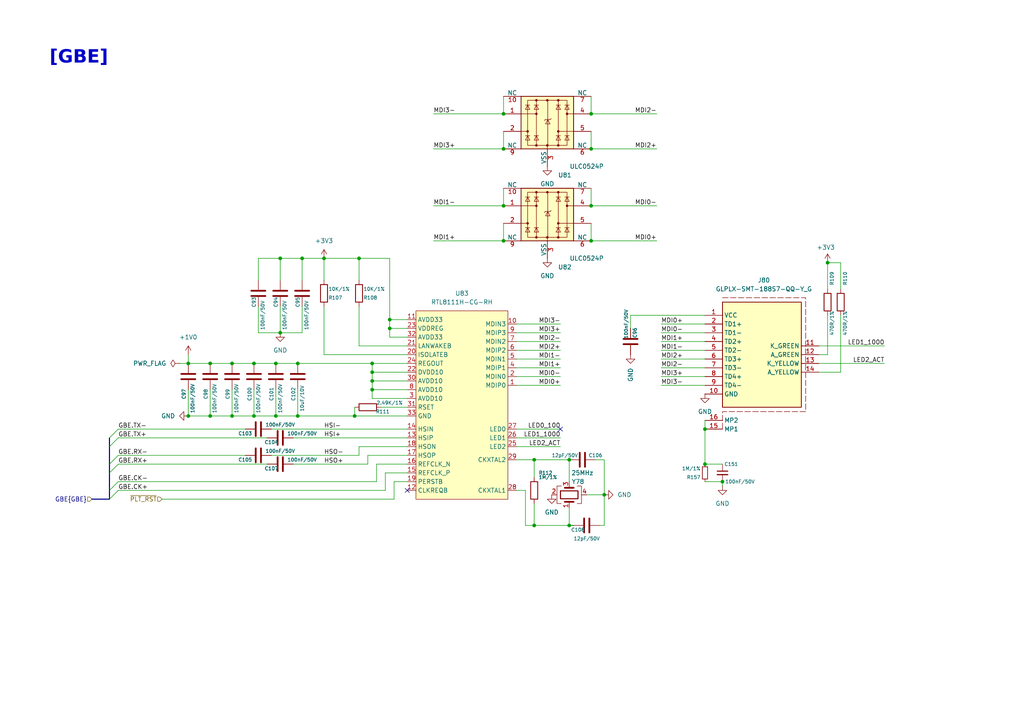
<source format=kicad_sch>
(kicad_sch (version 20250114) (generator "eeschema") (generator_version "9.0")
  (paper "A4")
  (title_block (title "LattePanda_MOKA") (date "2025-12-14") (rev "1.0") (company "DFRobot"))
  (lib_symbols
    (symbol "A_HDJ_Library:RTL8111H-CG-RH"
      (property "Reference" "U7" (at 0 -57.15 0))
      (symbol "RTL8111H-CG-RH_1_0"
        (rectangle (start 0 0) (end 26.67 -54.61) (fill (type background)))
        (pin passive line (at -2.54 -2.54 0) (length 2.54) (name "AVDD33") (number "11"))
        (pin passive line (at -2.54 -5.08 0) (length 2.54) (name "VDDREG") (number "23"))
        (pin passive line (at -2.54 -7.62 0) (length 2.54) (name "AVDD33") (number "32"))
        (pin passive line (at -2.54 -10.16 0) (length 2.54) (name "LANWAKEB") (number "21"))
        (pin passive line (at -2.54 -12.7 0) (length 2.54) (name "ISOLATEB") (number "20"))
        (pin passive line (at -2.54 -15.24 0) (length 2.54) (name "REGOUT") (number "24"))
        (pin passive line (at -2.54 -17.78 0) (length 2.54) (name "DVDD10") (number "22"))
        (pin passive line (at -2.54 -20.32 0) (length 2.54) (name "AVDD10") (number "30"))
        (pin passive line (at -2.54 -22.86 0) (length 2.54) (name "AVDD10") (number "8"))
        (pin passive line (at -2.54 -25.4 0) (length 2.54) (name "AVDD10") (number "3"))
        (pin passive line (at -2.54 -27.94 0) (length 2.54) (name "RSET") (number "31"))
        (pin passive line (at -2.54 -30.48 0) (length 2.54) (name "GND") (number "33"))
        (pin passive line (at -2.54 -34.29 0) (length 2.54) (name "HSIN") (number "14"))
        (pin passive line (at -2.54 -36.83 0) (length 2.54) (name "HSIP") (number "13"))
        (pin passive line (at -2.54 -39.37 0) (length 2.54) (name "HSON") (number "18"))
        (pin passive line (at -2.54 -41.91 0) (length 2.54) (name "HSOP") (number "17"))
        (pin passive line (at -2.54 -44.45 0) (length 2.54) (name "REFCLK_N") (number "16"))
        (pin passive line (at -2.54 -46.99 0) (length 2.54) (name "REFCLK_P") (number "15"))
        (pin passive line (at -2.54 -49.53 0) (length 2.54) (name "PERSTB") (number "19"))
        (pin passive line (at -2.54 -52.07 0) (length 2.54) (name "CLKREQB") (number "12"))
        (pin passive line (at 29.21 -3.81 180) (length 2.54) (name "MDIN3") (number "10"))
        (pin passive line (at 29.21 -6.35 180) (length 2.54) (name "MDIP3") (number "9"))
        (pin passive line (at 29.21 -8.89 180) (length 2.54) (name "MDIN2") (number "7"))
        (pin passive line (at 29.21 -11.43 180) (length 2.54) (name "MDIP2") (number "6"))
        (pin passive line (at 29.21 -13.97 180) (length 2.54) (name "MDIN1") (number "5"))
        (pin passive line (at 29.21 -16.51 180) (length 2.54) (name "MDIP1") (number "4"))
        (pin passive line (at 29.21 -19.05 180) (length 2.54) (name "MDIN0") (number "2"))
        (pin passive line (at 29.21 -21.59 180) (length 2.54) (name "MDIP0") (number "1"))
        (pin passive line (at 29.21 -34.29 180) (length 2.54) (name "LED0") (number "27"))
        (pin passive line (at 29.21 -36.83 180) (length 2.54) (name "LED1") (number "26"))
        (pin passive line (at 29.21 -39.37 180) (length 2.54) (name "LED2") (number "25"))
        (pin passive line (at 29.21 -43.18 180) (length 2.54) (name "CKXTAL2") (number "29"))
        (pin passive line (at 29.21 -52.07 180) (length 2.54) (name "CKXTAL1") (number "28"))
      )
    )
    (symbol "Device:C" (pin_numbers (hide yes)) (pin_names (offset 0.254))
      (property "Reference" "C" (at 0.635 2.54 0))
      (property "Value" "C" (at 0.635 -2.54 0))
      (symbol "C_0_1"
        (polyline (pts (xy -2.032 0.762) (xy 2.032 0.762)) (stroke (width 0.508)))
        (polyline (pts (xy -2.032 -0.762) (xy 2.032 -0.762)) (stroke (width 0.508)))
      )
      (symbol "C_1_1"
        (pin passive line (at 0 3.81 270) (length 2.794) (name "~") (number "1"))
        (pin passive line (at 0 -3.81 90) (length 2.794) (name "~") (number "2"))
      )
    )
    (symbol "Device:C_Small" (pin_numbers (hide yes)) (pin_names (offset 0.254) (hide yes))
      (property "Reference" "C" (at 0.254 1.778 0))
      (property "Value" "C_Small" (at 0.254 -2.032 0))
      (symbol "C_Small_0_1"
        (polyline (pts (xy -1.524 0.508) (xy 1.524 0.508)) (stroke (width 0.3048)))
        (polyline (pts (xy -1.524 -0.508) (xy 1.524 -0.508)) (stroke (width 0.3302)))
      )
      (symbol "C_Small_1_1"
        (pin passive line (at 0 2.54 270) (length 2.032) (name "~") (number "1"))
        (pin passive line (at 0 -2.54 90) (length 2.032) (name "~") (number "2"))
      )
    )
    (symbol "Device:Crystal_GND24" (pin_names (offset 1.016) (hide yes))
      (property "Reference" "Y" (at 3.175 5.08 0))
      (property "Value" "Crystal_GND24" (at 3.175 3.175 0))
      (symbol "Crystal_GND24_0_1"
        (polyline (pts (xy -2.54 2.286) (xy -2.54 3.556) (xy 2.54 3.556) (xy 2.54 2.286)))
        (polyline (pts (xy -2.54 0) (xy -2.032 0)))
        (polyline (pts (xy -2.54 -2.286) (xy -2.54 -3.556) (xy 2.54 -3.556) (xy 2.54 -2.286)))
        (polyline (pts (xy -2.032 -1.27) (xy -2.032 1.27)) (stroke (width 0.508)))
        (rectangle (start -1.143 2.54) (end 1.143 -2.54) (stroke (width 0.3048)))
        (polyline (pts (xy 0 3.556) (xy 0 3.81)))
        (polyline (pts (xy 0 -3.81) (xy 0 -3.556)))
        (polyline (pts (xy 2.032 0) (xy 2.54 0)))
        (polyline (pts (xy 2.032 -1.27) (xy 2.032 1.27)) (stroke (width 0.508)))
      )
      (symbol "Crystal_GND24_1_1"
        (pin passive line (at -3.81 0 0) (length 1.27) (name "1") (number "1"))
        (pin passive line (at 0 5.08 270) (length 1.27) (name "2") (number "2"))
        (pin passive line (at 0 -5.08 90) (length 1.27) (name "4") (number "4"))
        (pin passive line (at 3.81 0 180) (length 1.27) (name "3") (number "3"))
      )
    )
    (symbol "Device:R" (pin_numbers (hide yes)) (pin_names (offset 0))
      (property "Reference" "R" (at 2.032 0 90))
      (property "Value" "R" (at 0 0 90))
      (symbol "R_0_1"
        (rectangle (start -1.016 -2.54) (end 1.016 2.54) (stroke (width 0.254)))
      )
      (symbol "R_1_1"
        (pin passive line (at 0 3.81 270) (length 1.27) (name "~") (number "1"))
        (pin passive line (at 0 -3.81 90) (length 1.27) (name "~") (number "2"))
      )
    )
    (symbol "Device:R_Small" (pin_numbers (hide yes)) (pin_names (offset 0.254) (hide yes))
      (property "Reference" "R" (at 0 0 90))
      (property "Value" "R_Small" (at 1.778 0 90))
      (symbol "R_Small_0_1"
        (rectangle (start -0.762 1.778) (end 0.762 -1.778) (stroke (width 0.2032)))
      )
      (symbol "R_Small_1_1"
        (pin passive line (at 0 2.54 270) (length 0.762) (name "~") (number "1"))
        (pin passive line (at 0 -2.54 90) (length 0.762) (name "~") (number "2"))
      )
    )
    (symbol "Power_Protection:D3V3XA4B10LP" (pin_names (offset 0))
      (property "Reference" "U" (at -0.635 8.89 0))
      (property "Value" "D3V3XA4B10LP" (at 8.89 -10.16 0))
      (symbol "D3V3XA4B10LP_0_0"
        (rectangle (start -5.715 6.477) (end 5.715 -6.604))
        (polyline (pts (xy -3.175 -6.604) (xy -3.175 6.477)))
        (polyline (pts (xy 0.127 6.477) (xy 0.127 -6.604)))
        (polyline (pts (xy 3.175 6.477) (xy 3.175 -6.604)))
      )
      (symbol "D3V3XA4B10LP_0_1"
        (polyline (pts (xy -7.747 2.54) (xy -3.175 2.54)))
        (rectangle (start -7.62 7.62) (end 7.62 -7.62) (stroke (width 0.254)) (fill (type background)))
        (polyline (pts (xy -7.62 -2.54) (xy -5.715 -2.54)))
        (circle (center -5.715 -2.54) (radius 0.2794) (fill (type outline)))
        (polyline (pts (xy -5.08 5.08) (xy -6.35 5.08)))
        (polyline (pts (xy -5.08 3.81) (xy -6.35 3.81) (xy -5.715 5.08) (xy -5.08 3.81)))
        (polyline (pts (xy -5.08 -3.81) (xy -6.35 -3.81)))
        (polyline (pts (xy -5.08 -5.08) (xy -6.35 -5.08) (xy -5.715 -3.81) (xy -5.08 -5.08)))
        (circle (center -3.175 6.477) (radius 0.2794) (fill (type outline)))
        (circle (center -3.175 2.54) (radius 0.2794) (fill (type outline)))
        (circle (center -3.175 -6.604) (radius 0.2794) (fill (type outline)))
        (polyline (pts (xy -2.54 5.08) (xy -3.81 5.08)))
        (polyline (pts (xy -2.54 3.81) (xy -3.81 3.81) (xy -3.175 5.08) (xy -2.54 3.81)))
        (polyline (pts (xy -2.54 -3.81) (xy -3.81 -3.81)))
        (polyline (pts (xy -2.54 -5.08) (xy -3.81 -5.08) (xy -3.175 -3.81) (xy -2.54 -5.08)))
        (polyline (pts (xy -0.508 0.889) (xy -0.889 0.635)))
        (circle (center 0 6.477) (radius 0.2794) (fill (type outline)))
        (polyline (pts (xy 0 -6.604) (xy 0 -7.62)))
        (circle (center 0 -6.604) (radius 0.2794) (fill (type outline)))
        (polyline (pts (xy 0.762 0.889) (xy -0.508 0.889)))
        (polyline (pts (xy 0.762 0.889) (xy 1.143 1.143)))
        (polyline (pts (xy 0.762 -0.381) (xy -0.508 -0.381) (xy 0.127 0.889) (xy 0.762 -0.381)))
        (circle (center 3.175 6.477) (radius 0.2794) (fill (type outline)))
        (circle (center 3.175 -2.54) (radius 0.2794) (fill (type outline)))
        (circle (center 3.175 -6.604) (radius 0.2794) (fill (type outline)))
        (polyline (pts (xy 3.81 5.08) (xy 2.54 5.08)))
        (polyline (pts (xy 3.81 3.81) (xy 2.54 3.81) (xy 3.175 5.08) (xy 3.81 3.81)))
        (polyline (pts (xy 3.81 -3.81) (xy 2.54 -3.81)))
        (polyline (pts (xy 3.81 -5.08) (xy 2.54 -5.08) (xy 3.175 -3.81) (xy 3.81 -5.08)))
        (circle (center 5.715 2.54) (radius 0.2794) (fill (type outline)))
        (polyline (pts (xy 6.35 5.08) (xy 5.08 5.08)))
        (polyline (pts (xy 6.35 3.81) (xy 5.08 3.81) (xy 5.715 5.08) (xy 6.35 3.81)))
        (polyline (pts (xy 6.35 -3.81) (xy 5.08 -3.81)))
        (polyline (pts (xy 6.35 -5.08) (xy 5.08 -5.08) (xy 5.715 -3.81) (xy 6.35 -5.08)))
        (polyline (pts (xy 7.62 2.54) (xy 5.715 2.54)))
        (polyline (pts (xy 7.62 -2.54) (xy 3.175 -2.54)))
      )
      (symbol "D3V3XA4B10LP_1_1"
        (pin free line (at -12.7 7.62 0) (length 5.08) (name "NC") (number "10"))
        (pin passive line (at -12.7 2.54 0) (length 5.08) (name "~") (number "1"))
        (pin passive line (at -12.7 -2.54 0) (length 5.08) (name "~") (number "2"))
        (pin free line (at -12.7 -7.62 0) (length 5.08) (name "NC") (number "9"))
        (pin power_in line (at 0 -12.7 90) (length 5.08) (name "VSS") (number "3"))
        (pin passive line (at 0 -12.7 90) (length 5.08) (hide yes) (name "VSS") (number "8"))
        (pin free line (at 12.7 7.62 180) (length 5.08) (name "NC") (number "7"))
        (pin passive line (at 12.7 2.54 180) (length 5.08) (name "~") (number "4"))
        (pin passive line (at 12.7 -2.54 180) (length 5.08) (name "~") (number "5"))
        (pin free line (at 12.7 -7.62 180) (length 5.08) (name "NC") (number "6"))
      )
    )
    (symbol "Samacsys:GLPLX-SMT-188S7-QQ-Y_G"
      (property "Reference" "J" (at 29.21 7.62 0))
      (property "Value" "GLPLX-SMT-188S7-QQ-Y_G" (at 29.21 5.08 0))
      (symbol "GLPLX-SMT-188S7-QQ-Y_G_1_1"
        (polyline (pts (xy 5.08 5.08) (xy 29.21 5.08) (xy 29.21 -27.94) (xy 5.08 -27.94) (xy 5.08 -33.02)) (stroke (width 0) (type dash)))
        (rectangle (start 5.08 3.81) (end 27.94 -26.67) (stroke (width 0.254)) (fill (type background)))
        (pin passive line (at 0 0 0) (length 5.08) (name "VCC") (number "1"))
        (pin passive line (at 0 -2.54 0) (length 5.08) (name "TD1+") (number "2"))
        (pin passive line (at 0 -5.08 0) (length 5.08) (name "TD1-") (number "3"))
        (pin passive line (at 0 -7.62 0) (length 5.08) (name "TD2+") (number "4"))
        (pin passive line (at 0 -10.16 0) (length 5.08) (name "TD2-") (number "5"))
        (pin passive line (at 0 -12.7 0) (length 5.08) (name "TD3+") (number "6"))
        (pin passive line (at 0 -15.24 0) (length 5.08) (name "TD3-") (number "7"))
        (pin passive line (at 0 -17.78 0) (length 5.08) (name "TD4+") (number "8"))
        (pin passive line (at 0 -20.32 0) (length 5.08) (name "TD4-") (number "9"))
        (pin passive line (at 0 -22.86 0) (length 5.08) (name "GND") (number "10"))
        (pin passive line (at 0 -30.48 0) (length 5.08) (name "MP2") (number "16"))
        (pin passive line (at 0 -33.02 0) (length 5.08) (name "MP1") (number "15"))
        (pin passive line (at 33.02 -8.89 180) (length 5.08) (name "K_GREEN") (number "11"))
        (pin passive line (at 33.02 -11.43 180) (length 5.08) (name "A_GREEN") (number "12"))
        (pin passive line (at 33.02 -13.97 180) (length 5.08) (name "K_YELLOW") (number "13"))
        (pin passive line (at 33.02 -16.51 180) (length 5.08) (name "A_YELLOW") (number "14"))
      )
    )
    (symbol "power:+1V0" (power) (pin_numbers (hide yes)) (pin_names (offset 0) (hide yes))
      (property "Value" "+1V0" (at 0 3.556 0))
      (symbol "+1V0_0_1"
        (polyline (pts (xy -0.762 1.27) (xy 0 2.54)))
        (polyline (pts (xy 0 2.54) (xy 0.762 1.27)))
        (polyline (pts (xy 0 0) (xy 0 2.54)))
      )
      (symbol "+1V0_1_1"
        (pin power_in line (at 0 0 90) (length 0) (name "~") (number "1"))
      )
    )
    (symbol "power:+3V3" (power) (pin_numbers (hide yes)) (pin_names (offset 0) (hide yes))
      (property "Value" "+3V3" (at 0 3.556 0))
      (symbol "+3V3_0_1"
        (polyline (pts (xy -0.762 1.27) (xy 0 2.54)))
        (polyline (pts (xy 0 2.54) (xy 0.762 1.27)))
        (polyline (pts (xy 0 0) (xy 0 2.54)))
      )
      (symbol "+3V3_1_1"
        (pin power_in line (at 0 0 90) (length 0) (name "~") (number "1"))
      )
    )
    (symbol "power:GND" (power) (pin_numbers (hide yes)) (pin_names (offset 0) (hide yes))
      (property "Value" "GND" (at 0 -3.81 0))
      (symbol "GND_0_1"
        (polyline (pts (xy 0 0) (xy 0 -1.27) (xy 1.27 -1.27) (xy 0 -2.54) (xy -1.27 -1.27) (xy 0 -1.27)))
      )
      (symbol "GND_1_1"
        (pin power_in line (at 0 0 270) (length 0) (name "~") (number "1"))
      )
    )
    (symbol "power:PWR_FLAG" (power) (pin_numbers (hide yes)) (pin_names (offset 0) (hide yes))
      (property "Value" "PWR_FLAG" (at 0 3.81 0))
      (symbol "PWR_FLAG_0_0"
        (pin power_out line (at 0 0 90) (length 0) (name "~") (number "1"))
      )
      (symbol "PWR_FLAG_0_1"
        (polyline (pts (xy 0 0) (xy 0 1.27) (xy -1.016 1.905) (xy 0 2.54) (xy 1.016 1.905) (xy 0 1.27)))
      )
    )
  )
  (bus_alias "GBE" (members "TX+" "TX-" "RX+" "RX-" "CK+" "CK-"))
  (text "[GBE]" (at 22.86 17.78 0) (effects (font (size 3.81 3.81))))
  (junction (at 80.01 120.65))
  (junction (at 175.26 143.51))
  (junction (at 67.31 105.41))
  (junction (at 102.87 120.65))
  (junction (at 60.96 120.65))
  (junction (at 81.28 74.93))
  (junction (at 80.01 105.41))
  (junction (at 60.96 105.41))
  (junction (at 146.05 59.69))
  (junction (at 171.45 69.85))
  (junction (at 87.63 74.93))
  (junction (at 86.36 120.65))
  (junction (at 107.95 105.41))
  (junction (at 104.14 74.93))
  (junction (at 165.1 133.35))
  (junction (at 171.45 59.69))
  (junction (at 54.61 120.65))
  (junction (at 171.45 33.02))
  (junction (at 107.95 110.49))
  (junction (at 93.98 74.93))
  (junction (at 67.31 120.65))
  (junction (at 107.95 107.95))
  (junction (at 113.03 95.25))
  (junction (at 204.47 124.46))
  (junction (at 73.66 120.65))
  (junction (at 146.05 69.85))
  (junction (at 81.28 96.52))
  (junction (at 240.03 76.2))
  (junction (at 204.47 134.62))
  (junction (at 154.94 152.4))
  (junction (at 154.94 133.35))
  (junction (at 171.45 43.18))
  (junction (at 54.61 105.41))
  (junction (at 113.03 92.71))
  (junction (at 209.55 139.7))
  (junction (at 146.05 33.02))
  (junction (at 86.36 105.41))
  (junction (at 73.66 105.41))
  (junction (at 165.1 152.4))
  (junction (at 107.95 113.03))
  (junction (at 146.05 43.18))
  (no_connect (at 162.56 124.46))
  (no_connect (at 118.11 142.24))
  (bus_entry (at 34.29 127) (size -2.54 2.54))
  (bus_entry (at 34.29 142.24) (size -2.54 2.54))
  (bus_entry (at 34.29 139.7) (size -2.54 2.54))
  (bus_entry (at 34.29 134.62) (size -2.54 2.54))
  (bus_entry (at 34.29 124.46) (size -2.54 2.54))
  (bus_entry (at 34.29 132.08) (size -2.54 2.54))
  (wire (pts (xy 106.68 134.62) (xy 106.68 132.08)))
  (wire (pts (xy 34.29 132.08) (xy 71.12 132.08)))
  (wire (pts (xy 149.86 99.06) (xy 162.56 99.06)))
  (wire (pts (xy 182.88 91.44) (xy 204.47 91.44)))
  (wire (pts (xy 85.09 127) (xy 118.11 127)))
  (wire (pts (xy 78.74 132.08) (xy 104.14 132.08)))
  (wire (pts (xy 80.01 120.65) (xy 86.36 120.65)))
  (wire (pts (xy 237.49 107.95) (xy 243.84 107.95)))
  (wire (pts (xy 237.49 102.87) (xy 240.03 102.87)))
  (wire (pts (xy 146.05 27.94) (xy 146.05 33.02)))
  (wire (pts (xy 240.03 91.44) (xy 240.03 102.87)))
  (wire (pts (xy 191.77 99.06) (xy 204.47 99.06)))
  (bus (pts (xy 26.67 144.78) (xy 31.75 144.78)))
  (wire (pts (xy 171.45 69.85) (xy 190.5 69.85)))
  (wire (pts (xy 80.01 105.41) (xy 86.36 105.41)))
  (wire (pts (xy 149.86 109.22) (xy 162.56 109.22)))
  (wire (pts (xy 67.31 113.03) (xy 67.31 120.65)))
  (wire (pts (xy 110.49 118.11) (xy 118.11 118.11)))
  (wire (pts (xy 107.95 115.57) (xy 118.11 115.57)))
  (wire (pts (xy 78.74 124.46) (xy 118.11 124.46)))
  (wire (pts (xy 81.28 74.93) (xy 87.63 74.93)))
  (wire (pts (xy 171.45 54.61) (xy 171.45 59.69)))
  (wire (pts (xy 191.77 104.14) (xy 204.47 104.14)))
  (wire (pts (xy 104.14 88.9) (xy 104.14 100.33)))
  (wire (pts (xy 104.14 129.54) (xy 118.11 129.54)))
  (wire (pts (xy 154.94 133.35) (xy 154.94 138.43)))
  (wire (pts (xy 191.77 93.98) (xy 204.47 93.98)))
  (wire (pts (xy 125.73 43.18) (xy 146.05 43.18)))
  (wire (pts (xy 87.63 74.93) (xy 87.63 81.28)))
  (wire (pts (xy 118.11 107.95) (xy 107.95 107.95)))
  (wire (pts (xy 152.4 142.24) (xy 149.86 142.24)))
  (wire (pts (xy 146.05 38.1) (xy 146.05 43.18)))
  (wire (pts (xy 204.47 139.7) (xy 209.55 139.7)))
  (bus (pts (xy 31.75 129.54) (xy 31.75 134.62)))
  (wire (pts (xy 171.45 43.18) (xy 190.5 43.18)))
  (bus (pts (xy 31.75 127) (xy 31.75 129.54)))
  (wire (pts (xy 114.3 139.7) (xy 118.11 139.7)))
  (wire (pts (xy 60.96 113.03) (xy 60.96 120.65)))
  (wire (pts (xy 113.03 95.25) (xy 113.03 97.79)))
  (wire (pts (xy 107.95 113.03) (xy 107.95 115.57)))
  (wire (pts (xy 86.36 105.41) (xy 107.95 105.41)))
  (wire (pts (xy 73.66 113.03) (xy 73.66 120.65)))
  (wire (pts (xy 204.47 134.62) (xy 209.55 134.62)))
  (wire (pts (xy 73.66 105.41) (xy 80.01 105.41)))
  (wire (pts (xy 170.18 143.51) (xy 175.26 143.51)))
  (wire (pts (xy 54.61 113.03) (xy 54.61 120.65)))
  (wire (pts (xy 111.76 142.24) (xy 111.76 137.16)))
  (wire (pts (xy 243.84 83.82) (xy 243.84 76.2)))
  (wire (pts (xy 118.11 110.49) (xy 107.95 110.49)))
  (wire (pts (xy 191.77 106.68) (xy 204.47 106.68)))
  (wire (pts (xy 111.76 137.16) (xy 118.11 137.16)))
  (wire (pts (xy 191.77 96.52) (xy 204.47 96.52)))
  (wire (pts (xy 104.14 132.08) (xy 104.14 129.54)))
  (wire (pts (xy 87.63 74.93) (xy 93.98 74.93)))
  (wire (pts (xy 81.28 74.93) (xy 81.28 81.28)))
  (wire (pts (xy 154.94 146.05) (xy 154.94 152.4)))
  (wire (pts (xy 106.68 132.08) (xy 118.11 132.08)))
  (wire (pts (xy 107.95 107.95) (xy 107.95 110.49)))
  (wire (pts (xy 149.86 96.52) (xy 162.56 96.52)))
  (wire (pts (xy 173.99 152.4) (xy 175.26 152.4)))
  (wire (pts (xy 86.36 113.03) (xy 86.36 120.65)))
  (wire (pts (xy 118.11 95.25) (xy 113.03 95.25)))
  (wire (pts (xy 240.03 83.82) (xy 240.03 76.2)))
  (wire (pts (xy 125.73 69.85) (xy 146.05 69.85)))
  (wire (pts (xy 107.95 110.49) (xy 107.95 113.03)))
  (wire (pts (xy 204.47 124.46) (xy 204.47 134.62)))
  (wire (pts (xy 149.86 104.14) (xy 162.56 104.14)))
  (wire (pts (xy 109.22 134.62) (xy 118.11 134.62)))
  (wire (pts (xy 118.11 92.71) (xy 113.03 92.71)))
  (wire (pts (xy 109.22 139.7) (xy 109.22 134.62)))
  (wire (pts (xy 149.86 124.46) (xy 162.56 124.46)))
  (wire (pts (xy 113.03 92.71) (xy 113.03 95.25)))
  (wire (pts (xy 93.98 102.87) (xy 118.11 102.87)))
  (wire (pts (xy 104.14 74.93) (xy 104.14 81.28)))
  (wire (pts (xy 102.87 120.65) (xy 102.87 118.11)))
  (wire (pts (xy 67.31 120.65) (xy 73.66 120.65)))
  (bus (pts (xy 31.75 142.24) (xy 31.75 144.78)))
  (wire (pts (xy 191.77 101.6) (xy 204.47 101.6)))
  (wire (pts (xy 149.86 111.76) (xy 162.56 111.76)))
  (wire (pts (xy 149.86 106.68) (xy 162.56 106.68)))
  (wire (pts (xy 256.54 100.33) (xy 237.49 100.33)))
  (wire (pts (xy 52.07 105.41) (xy 54.61 105.41)))
  (wire (pts (xy 171.45 33.02) (xy 190.5 33.02)))
  (wire (pts (xy 191.77 109.22) (xy 204.47 109.22)))
  (wire (pts (xy 204.47 121.92) (xy 204.47 124.46)))
  (wire (pts (xy 243.84 76.2) (xy 240.03 76.2)))
  (wire (pts (xy 125.73 59.69) (xy 146.05 59.69)))
  (wire (pts (xy 165.1 147.32) (xy 165.1 152.4)))
  (bus (pts (xy 31.75 137.16) (xy 31.75 142.24)))
  (wire (pts (xy 54.61 102.87) (xy 54.61 105.41)))
  (wire (pts (xy 175.26 133.35) (xy 175.26 143.51)))
  (wire (pts (xy 149.86 93.98) (xy 162.56 93.98)))
  (wire (pts (xy 171.45 27.94) (xy 171.45 33.02)))
  (wire (pts (xy 60.96 105.41) (xy 67.31 105.41)))
  (wire (pts (xy 113.03 74.93) (xy 113.03 92.71)))
  (wire (pts (xy 104.14 74.93) (xy 113.03 74.93)))
  (wire (pts (xy 34.29 142.24) (xy 111.76 142.24)))
  (wire (pts (xy 171.45 64.77) (xy 171.45 69.85)))
  (wire (pts (xy 80.01 113.03) (xy 80.01 120.65)))
  (wire (pts (xy 166.37 152.4) (xy 165.1 152.4)) (stroke (width 0.254)))
  (wire (pts (xy 46.99 144.78) (xy 114.3 144.78)))
  (wire (pts (xy 114.3 144.78) (xy 114.3 139.7)))
  (wire (pts (xy 74.93 88.9) (xy 74.93 96.52)))
  (wire (pts (xy 118.11 113.03) (xy 107.95 113.03)))
  (wire (pts (xy 172.72 133.35) (xy 175.26 133.35)))
  (wire (pts (xy 54.61 120.65) (xy 60.96 120.65)))
  (wire (pts (xy 162.56 127) (xy 149.86 127)))
  (wire (pts (xy 146.05 64.77) (xy 146.05 69.85)))
  (wire (pts (xy 54.61 105.41) (xy 60.96 105.41)))
  (wire (pts (xy 165.1 133.35) (xy 165.1 139.7)))
  (wire (pts (xy 118.11 105.41) (xy 107.95 105.41)))
  (wire (pts (xy 171.45 59.69) (xy 190.5 59.69)))
  (wire (pts (xy 171.45 38.1) (xy 171.45 43.18)))
  (wire (pts (xy 154.94 133.35) (xy 165.1 133.35)))
  (wire (pts (xy 118.11 120.65) (xy 102.87 120.65)))
  (wire (pts (xy 34.29 139.7) (xy 109.22 139.7)))
  (wire (pts (xy 74.93 81.28) (xy 74.93 74.93)))
  (wire (pts (xy 149.86 133.35) (xy 154.94 133.35)))
  (wire (pts (xy 87.63 96.52) (xy 81.28 96.52)))
  (wire (pts (xy 118.11 100.33) (xy 104.14 100.33)))
  (wire (pts (xy 152.4 152.4) (xy 152.4 142.24)))
  (wire (pts (xy 93.98 74.93) (xy 93.98 81.28)))
  (wire (pts (xy 34.29 127) (xy 77.47 127)))
  (wire (pts (xy 209.55 139.7) (xy 209.55 140.97)))
  (wire (pts (xy 87.63 88.9) (xy 87.63 96.52)))
  (wire (pts (xy 93.98 88.9) (xy 93.98 102.87)))
  (wire (pts (xy 125.73 33.02) (xy 146.05 33.02)))
  (wire (pts (xy 146.05 54.61) (xy 146.05 59.69)))
  (wire (pts (xy 107.95 105.41) (xy 107.95 107.95)))
  (wire (pts (xy 256.54 105.41) (xy 237.49 105.41)))
  (wire (pts (xy 81.28 74.93) (xy 74.93 74.93)))
  (wire (pts (xy 34.29 124.46) (xy 71.12 124.46)))
  (wire (pts (xy 149.86 101.6) (xy 162.56 101.6)))
  (wire (pts (xy 73.66 120.65) (xy 80.01 120.65)))
  (wire (pts (xy 175.26 152.4) (xy 175.26 143.51)))
  (wire (pts (xy 154.94 152.4) (xy 152.4 152.4)))
  (wire (pts (xy 74.93 96.52) (xy 81.28 96.52)))
  (wire (pts (xy 67.31 105.41) (xy 73.66 105.41)))
  (wire (pts (xy 81.28 88.9) (xy 81.28 96.52)))
  (wire (pts (xy 34.29 134.62) (xy 77.47 134.62)))
  (wire (pts (xy 93.98 74.93) (xy 104.14 74.93)))
  (wire (pts (xy 191.77 111.76) (xy 204.47 111.76)))
  (wire (pts (xy 86.36 120.65) (xy 102.87 120.65)))
  (bus (pts (xy 31.75 134.62) (xy 31.75 137.16)))
  (wire (pts (xy 165.1 152.4) (xy 154.94 152.4)))
  (wire (pts (xy 113.03 97.79) (xy 118.11 97.79)))
  (wire (pts (xy 60.96 120.65) (xy 67.31 120.65)))
  (wire (pts (xy 243.84 107.95) (xy 243.84 91.44)))
  (wire (pts (xy 162.56 129.54) (xy 149.86 129.54)))
  (wire (pts (xy 85.09 134.62) (xy 106.68 134.62)))
  (wire (pts (xy 182.88 95.25) (xy 182.88 91.44)))
  (label "MDI0+" (at 162.56 111.76 180))
  (label "MDI3-" (at 125.73 33.02 0))
  (label "MDI2+" (at 191.77 104.14 0))
  (label "MDI1-" (at 125.73 59.69 0))
  (label "MDI2-" (at 162.56 99.06 180))
  (label "MDI3+" (at 125.73 43.18 0))
  (label "GBE.TX-" (at 34.29 124.46 0))
  (label "MDI3+" (at 162.56 96.52 180))
  (label "MDI3+" (at 191.77 109.22 0))
  (label "HSI+" (at 93.98 127 0))
  (label "LED2_ACT" (at 256.54 105.41 180))
  (label "HSI-" (at 93.98 124.46 0))
  (label "MDI1+" (at 162.56 106.68 180))
  (label "MDI0-" (at 184.15 59.69 0))
  (label "MDI1-" (at 191.77 101.6 0))
  (label "LED1_1000" (at 162.56 127 180))
  (label "GBE.CK-" (at 34.29 139.7 0))
  (label "HSO+" (at 93.98 134.62 0))
  (label "HSO-" (at 93.98 132.08 0))
  (label "MDI0+" (at 184.15 69.85 0))
  (label "MDI2-" (at 191.77 106.68 0))
  (label "MDI1-" (at 162.56 104.14 180))
  (label "MDI0-" (at 191.77 96.52 0))
  (label "MDI3-" (at 162.56 93.98 180))
  (label "MDI2+" (at 162.56 101.6 180))
  (label "GBE.RX-" (at 34.29 132.08 0))
  (label "MDI1+" (at 125.73 69.85 0))
  (label "GBE.TX+" (at 34.29 127 0))
  (label "LED1_1000" (at 256.54 100.33 180))
  (label "MDI1+" (at 191.77 99.06 0))
  (label "GBE.CK+" (at 34.29 142.24 0))
  (label "LED2_ACT" (at 162.56 129.54 180))
  (label "MDI2+" (at 184.15 43.18 0))
  (label "GBE.RX+" (at 34.29 134.62 0))
  (label "MDI3-" (at 191.77 111.76 0))
  (label "LED0_100" (at 162.56 124.46 180))
  (label "MDI2-" (at 184.15 33.02 0))
  (label "MDI0-" (at 162.56 109.22 180))
  (label "MDI0+" (at 191.77 93.98 0))
  (hierarchical_label "~{PLT_RST}" (shape input) (at 46.99 144.78 180))
  (hierarchical_label "GBE{GBE}" (shape input) (at 26.67 144.78 180))
  (symbol (lib_id "Device:Crystal_GND24") (at 165.1 143.51 90) (unit 1)
    (property "Reference" "Y78" (at 167.64 139.7 90))
    (property "Value" "25MHz" (at 168.91 137.16 90))
    (property "Footprint" "A_HDJ_Library:Crystal_SMD_3225-4Pin_3.2x2.5mm" (effects (hide yes)))
  )
  (symbol (lib_id "power:GND") (at 204.47 114.3 0) (unit 1)
    (property "Reference" "#PWR0129" (effects (hide yes)))
    (property "Value" "GND" (at 204.47 119.38 0))
  )
  (symbol (lib_id "Device:R") (at 243.84 87.63 180) (unit 1)
    (property "Reference" "R110" (at 245.11 78.74 90) (effects (font (size 1 1)) (justify left)))
    (property "Value" "470R/1%" (at 245.11 90.17 90) (effects (font (size 1 1)) (justify left)))
    (property "Footprint" "A_HDJ_Library:R_0402_1005Metric" (effects (hide yes)))
  )
  (symbol (lib_id "power:GND") (at 158.75 74.93 0) (unit 1)
    (property "Reference" "#PWR0124" (effects (hide yes)))
    (property "Value" "GND" (at 158.75 80.01 0))
  )
  (symbol (lib_id "Device:R") (at 154.94 142.24 0) (unit 1)
    (property "Reference" "R112" (at 156.21 137.16 0) (effects (font (size 1 1)) (justify left)))
    (property "Value" "1M/1%" (at 156.21 138.43 0) (effects (font (size 1 1)) (justify left)))
    (property "Footprint" "A_HDJ_Library:R_0402_1005Metric" (effects (hide yes)))
  )
  (symbol (lib_id "Device:C") (at 67.31 109.22 180) (unit 1)
    (property "Reference" "C99" (at 66.04 114.3 90) (effects (font (size 1 1))))
    (property "Value" "100nF/50V" (at 68.58 115.57 90) (effects (font (size 1 1))))
    (property "Footprint" "A_HDJ_Library:C_0402_1005Metric" (effects (hide yes)))
    (property "SCH_Show_Footprint" "C0402" (effects (hide yes)))
  )
  (symbol (lib_id "Device:C") (at 81.28 134.62 270) (unit 1)
    (property "Reference" "C107" (at 78.74 135.89 90) (effects (font (size 1 1))))
    (property "Value" "100nF/50V" (at 87.63 133.35 90) (effects (font (size 1 1))))
    (property "Footprint" "A_HDJ_Library:C_0402_1005Metric" (effects (hide yes)))
    (property "SCH_Show_Footprint" "C0402" (effects (hide yes)))
  )
  (symbol (lib_id "power:GND") (at 160.02 143.51 0) (mirror y) (unit 1)
    (property "Reference" "#PWR0131" (effects (hide yes)))
    (property "Value" "GND" (at 160.02 148.59 0))
  )
  (symbol (lib_id "Device:C") (at 81.28 85.09 180) (unit 1)
    (property "Reference" "C94" (at 80.01 87.63 90) (effects (font (size 1 1))))
    (property "Value" "100nF/50V" (at 82.55 91.44 90) (effects (font (size 1 1))))
    (property "Footprint" "A_HDJ_Library:C_0402_1005Metric" (effects (hide yes)))
    (property "SCH_Show_Footprint" "C0402" (effects (hide yes)))
  )
  (symbol (lib_id "Device:C") (at 87.63 85.09 180) (unit 1)
    (property "Reference" "C95" (at 86.36 87.63 90) (effects (font (size 1 1))))
    (property "Value" "100nF/50V" (at 88.9 91.44 90) (effects (font (size 1 1))))
    (property "Footprint" "A_HDJ_Library:C_0402_1005Metric" (effects (hide yes)))
    (property "SCH_Show_Footprint" "C0402" (effects (hide yes)))
  )
  (symbol (lib_id "power:GND") (at 209.55 140.97 0) (unit 1)
    (property "Reference" "#PWR0202" (effects (hide yes)))
    (property "Value" "GND" (at 209.55 146.05 0))
  )
  (symbol (lib_id "power:+3V3") (at 240.03 76.2 0) (unit 1)
    (property "Reference" "#PWR0125" (effects (hide yes)))
    (property "Value" "+3V3" (at 236.855 71.755 0) (effects (justify left)))
  )
  (symbol (lib_id "Device:C") (at 182.88 99.06 0) (unit 1)
    (property "Reference" "C96" (at 184.15 96.52 90) (effects (font (size 1 1))))
    (property "Value" "100nF/50V" (at 181.61 93.98 90) (effects (font (size 1 1))))
    (property "Footprint" "A_HDJ_Library:C_0402_1005Metric" (effects (hide yes)))
    (property "SCH_Show_Footprint" "C0402" (effects (hide yes)))
  )
  (symbol (lib_id "Device:R") (at 93.98 85.09 0) (unit 1)
    (property "Reference" "R107" (at 95.25 86.36 0) (effects (font (size 1 1)) (justify left)))
    (property "Value" "10K/1%" (at 95.25 83.82 0) (effects (font (size 1 1)) (justify left)))
    (property "Footprint" "A_HDJ_Library:R_0402_1005Metric" (effects (hide yes)))
  )
  (symbol (lib_id "Device:C") (at 74.93 132.08 270) (unit 1)
    (property "Reference" "C105" (at 71.12 133.35 90) (effects (font (size 1 1))))
    (property "Value" "100nF/50V" (at 81.28 130.81 90) (effects (font (size 1 1))))
    (property "Footprint" "A_HDJ_Library:C_0402_1005Metric" (effects (hide yes)))
    (property "SCH_Show_Footprint" "C0402" (effects (hide yes)))
  )
  (symbol (lib_id "Power_Protection:D3V3XA4B10LP") (at 158.75 35.56 0) (unit 1)
    (property "Reference" "U81" (at 163.83 50.8 0))
    (property "Value" "ULC0524P" (at 170.18 48.26 0))
    (property "Footprint" "Package_DFN_QFN:Diodes_UDFN-10_1.0x2.5mm_P0.5mm" (effects (hide yes)))
    (property "Datasheet" "https://www.diodes.com/assets/Datasheets/D3V3XA4B10LP.pdf" (effects (hide yes)))
  )
  (symbol (lib_id "power:GND") (at 158.75 48.26 0) (unit 1)
    (property "Reference" "#PWR0122" (effects (hide yes)))
    (property "Value" "GND" (at 158.75 53.34 0))
  )
  (symbol (lib_id "Device:C") (at 81.28 127 270) (unit 1)
    (property "Reference" "C104" (at 78.74 128.27 90) (effects (font (size 1 1))))
    (property "Value" "100nF/50V" (at 87.63 125.73 90) (effects (font (size 1 1))))
    (property "Footprint" "A_HDJ_Library:C_0402_1005Metric" (effects (hide yes)))
    (property "SCH_Show_Footprint" "C0402" (effects (hide yes)))
  )
  (symbol (lib_id "Device:R_Small") (at 204.47 137.16 0) (mirror y) (unit 1)
    (property "Reference" "R157" (at 203.2 138.43 0) (effects (font (size 1 1)) (justify left)))
    (property "Value" "1M/1%" (at 203.2 135.89 0) (effects (font (size 1 1)) (justify left)))
    (property "Footprint" "A_HDJ_Library:R_0402_1005Metric" (effects (hide yes)))
    (property "Description" "Resistor, small symbol" (effects (hide yes)))
  )
  (symbol (lib_id "Device:C") (at 86.36 109.22 180) (unit 1)
    (property "Reference" "C102" (at 85.09 114.3 90) (effects (font (size 1 1))))
    (property "Value" "10uF/10V" (at 87.63 115.57 90) (effects (font (size 1 1))))
    (property "Footprint" "A_HDJ_Library:C_0402_1005Metric" (effects (hide yes)))
    (property "SCH_Show_Footprint" "C0402" (effects (hide yes)))
  )
  (symbol (lib_id "Power_Protection:D3V3XA4B10LP") (at 158.75 62.23 0) (unit 1)
    (property "Reference" "U82" (at 163.83 77.47 0))
    (property "Value" "ULC0524P" (at 170.18 74.93 0))
    (property "Footprint" "Package_DFN_QFN:Diodes_UDFN-10_1.0x2.5mm_P0.5mm" (effects (hide yes)))
    (property "Datasheet" "https://www.diodes.com/assets/Datasheets/D3V3XA4B10LP.pdf" (effects (hide yes)))
  )
  (symbol (lib_id "power:GND") (at 182.88 102.87 0) (mirror y) (unit 1)
    (property "Reference" "#PWR0128" (effects (hide yes)))
    (property "Value" "GND" (at 182.88 106.68 90) (effects (justify right)))
  )
  (symbol (lib_id "power:+1V0") (at 54.61 102.87 0) (unit 1)
    (property "Reference" "#PWR0127" (effects (hide yes)))
    (property "Value" "+1V0" (at 54.61 97.79 0))
  )
  (symbol (lib_id "power:GND") (at 81.28 96.52 0) (mirror y) (unit 1)
    (property "Reference" "#PWR0126" (effects (hide yes)))
    (property "Value" "GND" (at 81.28 101.6 0))
  )
  (symbol (lib_id "power:PWR_FLAG") (at 52.07 105.41 90) (unit 1)
    (property "Reference" "#FLG080" (effects (hide yes)))
    (property "Value" "PWR_FLAG" (at 48.26 105.4099 90) (effects (justify left)))
    (property "Description" "Special symbol for telling ERC where power comes from" (effects (hide yes)))
  )
  (symbol (lib_id "Device:R") (at 240.03 87.63 180) (unit 1)
    (property "Reference" "R109" (at 241.3 78.74 90) (effects (font (size 1 1)) (justify left)))
    (property "Value" "470R/1%" (at 241.3 90.17 90) (effects (font (size 1 1)) (justify left)))
    (property "Footprint" "A_HDJ_Library:R_0402_1005Metric" (effects (hide yes)))
  )
  (symbol (lib_id "Device:R") (at 106.68 118.11 90) (unit 1)
    (property "Reference" "R111" (at 113.03 119.38 90) (effects (font (size 1 1)) (justify left)))
    (property "Value" "2.49K/1%" (at 116.84 116.84 90) (effects (font (size 1 1)) (justify left)))
    (property "Footprint" "A_HDJ_Library:R_0402_1005Metric" (effects (hide yes)))
  )
  (symbol (lib_id "Device:C_Small") (at 209.55 137.16 0) (unit 1)
    (property "Reference" "C151" (at 212.09 134.62 0) (effects (font (size 1 1))))
    (property "Value" "100nF/50V" (at 214.63 139.7 0) (effects (font (size 1 1))))
    (property "Footprint" "Capacitor_SMD:C_0402_1005Metric" (effects (hide yes)))
    (property "Description" "Unpolarized capacitor, small symbol" (effects (hide yes)))
    (property "SCH_Show_Footprint" "C0402" (effects (hide yes)))
  )
  (symbol (lib_id "power:GND") (at 175.26 143.51 90) (mirror x) (unit 1)
    (property "Reference" "#PWR0132" (effects (hide yes)))
    (property "Value" "GND" (at 179.07 143.51 90) (effects (justify right)))
  )
  (symbol (lib_id "Device:C") (at 73.66 109.22 180) (unit 1)
    (property "Reference" "C100" (at 72.39 114.3 90) (effects (font (size 1 1))))
    (property "Value" "100nF/50V" (at 74.93 115.57 90) (effects (font (size 1 1))))
    (property "Footprint" "A_HDJ_Library:C_0402_1005Metric" (effects (hide yes)))
    (property "SCH_Show_Footprint" "C0402" (effects (hide yes)))
  )
  (symbol (lib_id "Device:R") (at 104.14 85.09 0) (unit 1)
    (property "Reference" "R108" (at 105.41 86.36 0) (effects (font (size 1 1)) (justify left)))
    (property "Value" "10K/1%" (at 105.41 83.82 0) (effects (font (size 1 1)) (justify left)))
    (property "Footprint" "A_HDJ_Library:R_0402_1005Metric" (effects (hide yes)))
  )
  (symbol (lib_id "Device:C") (at 80.01 109.22 180) (unit 1)
    (property "Reference" "C101" (at 78.74 114.3 90) (effects (font (size 1 1))))
    (property "Value" "100nF/50V" (at 81.28 115.57 90) (effects (font (size 1 1))))
    (property "Footprint" "A_HDJ_Library:C_0402_1005Metric" (effects (hide yes)))
    (property "SCH_Show_Footprint" "C0402" (effects (hide yes)))
  )
  (symbol (lib_id "Device:C") (at 170.18 152.4 270) (unit 1)
    (property "Reference" "C108" (at 167.64 153.67 90) (effects (font (size 1 1))))
    (property "Value" "12pF/50V" (at 170.18 156.21 90) (effects (font (size 1 1))))
    (property "Footprint" "A_HDJ_Library:C_0402_1005Metric" (effects (hide yes)))
    (property "SCH_Show_Footprint" "C0402" (effects (hide yes)))
  )
  (symbol (lib_id "Device:C") (at 74.93 124.46 270) (unit 1)
    (property "Reference" "C103" (at 71.12 125.73 90) (effects (font (size 1 1))))
    (property "Value" "100nF/50V" (at 81.28 123.19 90) (effects (font (size 1 1))))
    (property "Footprint" "A_HDJ_Library:C_0402_1005Metric" (effects (hide yes)))
    (property "SCH_Show_Footprint" "C0402" (effects (hide yes)))
  )
  (symbol (lib_id "Device:C") (at 168.91 133.35 270) (unit 1)
    (property "Reference" "C106" (at 172.72 132.08 90) (effects (font (size 1 1))))
    (property "Value" "12pF/50V" (at 163.83 132.08 90) (effects (font (size 1 1))))
    (property "Footprint" "A_HDJ_Library:C_0402_1005Metric" (effects (hide yes)))
    (property "SCH_Show_Footprint" "C0402" (effects (hide yes)))
  )
  (symbol (lib_id "Device:C") (at 54.61 109.22 180) (unit 1)
    (property "Reference" "C97" (at 53.34 114.3 90) (effects (font (size 1 1))))
    (property "Value" "100nF/50V" (at 55.88 115.57 90) (effects (font (size 1 1))))
    (property "Footprint" "A_HDJ_Library:C_0402_1005Metric" (effects (hide yes)))
    (property "SCH_Show_Footprint" "C0402" (effects (hide yes)))
  )
  (symbol (lib_id "power:+3V3") (at 93.98 74.93 0) (unit 1)
    (property "Reference" "#PWR0123" (effects (hide yes)))
    (property "Value" "+3V3" (at 93.98 69.85 0))
  )
  (symbol (lib_id "Samacsys:GLPLX-SMT-188S7-QQ-Y_G") (at 204.47 91.44 0) (unit 1)
    (property "Reference" "J80" (at 221.5515 81.28 0))
    (property "Value" "GLPLX-SMT-188S7-QQ-Y_G" (at 221.5515 83.82 0))
    (property "Footprint" "GLPLXSMT188S7QQYG" (effects (hide yes)))
    (property "Datasheet" "https://www.kycon.com/Pub_Eng_Draw/GLPLX-SMT-188S7-QQ-YG.pdf" (effects (hide yes)))
    (property "Description" "Modular Connectors / Ethernet Connectors Low Prof. RJ45 ModJk w Gb. Magnetics LED" (effects (hide yes)))
    (property "Height" "11.6" (effects (hide yes)))
    (property "Manufacturer_Name" "Kycon" (effects (hide yes)))
    (property "Manufacturer_Part_Number" "GLPLX-SMT-188S7-QQ-Y/G" (effects (hide yes)))
    (property "Mouser Part Number" "806-GLPLXSMT188S7-YG" (effects (hide yes)))
    (property "Mouser Price/Stock" "https://www.mouser.co.uk/ProductDetail/Kycon/GLPLX-SMT-188S7-QQ-Y-G?qs=82jvyl5dHWc8OxJA1mC80A%3D%3D" (effects (hide yes)))
  )
  (symbol (lib_id "Device:C") (at 74.93 85.09 180) (unit 1)
    (property "Reference" "C93" (at 73.66 87.63 90) (effects (font (size 1 1))))
    (property "Value" "100nF/50V" (at 76.2 91.44 90) (effects (font (size 1 1))))
    (property "Footprint" "A_HDJ_Library:C_0402_1005Metric" (effects (hide yes)))
    (property "SCH_Show_Footprint" "C0402" (effects (hide yes)))
  )
  (symbol (lib_id "Device:C") (at 60.96 109.22 180) (unit 1)
    (property "Reference" "C98" (at 59.69 114.3 90) (effects (font (size 1 1))))
    (property "Value" "100nF/50V" (at 62.23 115.57 90) (effects (font (size 1 1))))
    (property "Footprint" "A_HDJ_Library:C_0402_1005Metric" (effects (hide yes)))
    (property "SCH_Show_Footprint" "C0402" (effects (hide yes)))
  )
  (symbol (lib_id "A_HDJ_Library:RTL8111H-CG-RH") (at 120.65 90.17 0) (unit 1)
    (property "Reference" "U83" (at 133.985 85.09 0))
    (property "Value" "RTL8111H-CG-RH" (at 133.985 87.63 0))
    (property "Footprint" "A_HDJ_Library:QFN-32-1EP_4x4mm_P0.4mm_EP2.65x2.65mm" (effects (hide yes)))
  )
  (symbol (lib_id "power:GND") (at 54.61 120.65 270) (mirror x) (unit 1)
    (property "Reference" "#PWR0130" (effects (hide yes)))
    (property "Value" "GND" (at 50.8 120.65 90) (effects (justify right)))
  )
)
</source>
